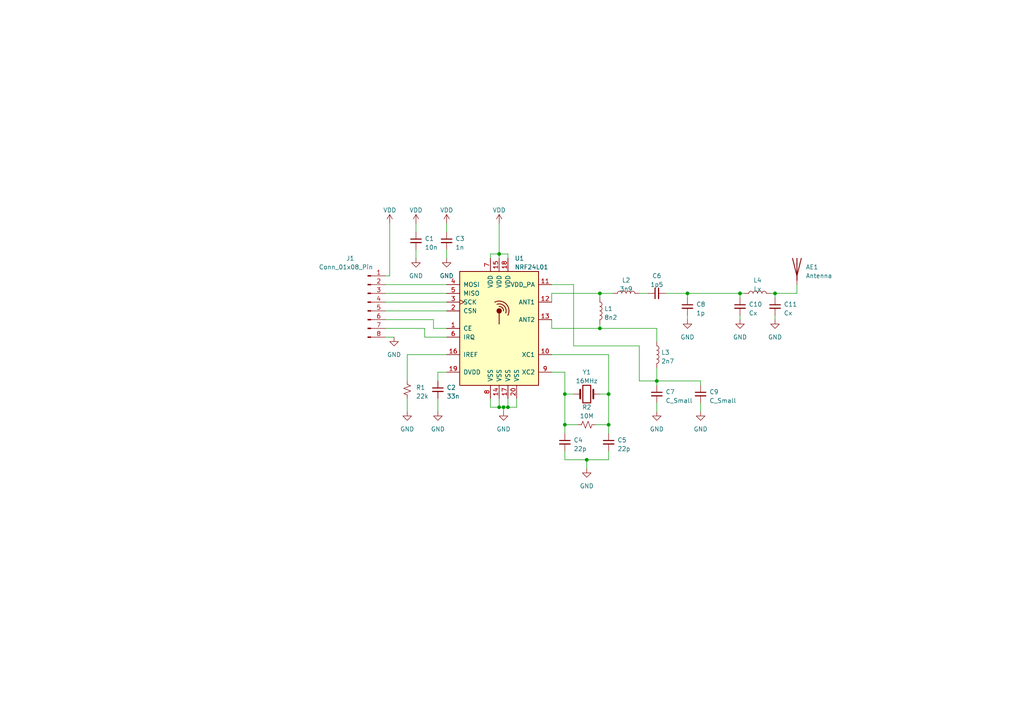
<source format=kicad_sch>
(kicad_sch (version 20230121) (generator eeschema)

  (uuid 1362ee40-6ed7-47a2-b324-862d47d94e9b)

  (paper "A4")

  (lib_symbols
    (symbol "Connector:Conn_01x08_Pin" (pin_names (offset 1.016) hide) (in_bom yes) (on_board yes)
      (property "Reference" "J" (at 0 10.16 0)
        (effects (font (size 1.27 1.27)))
      )
      (property "Value" "Conn_01x08_Pin" (at 0 -12.7 0)
        (effects (font (size 1.27 1.27)))
      )
      (property "Footprint" "" (at 0 0 0)
        (effects (font (size 1.27 1.27)) hide)
      )
      (property "Datasheet" "~" (at 0 0 0)
        (effects (font (size 1.27 1.27)) hide)
      )
      (property "ki_locked" "" (at 0 0 0)
        (effects (font (size 1.27 1.27)))
      )
      (property "ki_keywords" "connector" (at 0 0 0)
        (effects (font (size 1.27 1.27)) hide)
      )
      (property "ki_description" "Generic connector, single row, 01x08, script generated" (at 0 0 0)
        (effects (font (size 1.27 1.27)) hide)
      )
      (property "ki_fp_filters" "Connector*:*_1x??_*" (at 0 0 0)
        (effects (font (size 1.27 1.27)) hide)
      )
      (symbol "Conn_01x08_Pin_1_1"
        (polyline
          (pts
            (xy 1.27 -10.16)
            (xy 0.8636 -10.16)
          )
          (stroke (width 0.1524) (type default))
          (fill (type none))
        )
        (polyline
          (pts
            (xy 1.27 -7.62)
            (xy 0.8636 -7.62)
          )
          (stroke (width 0.1524) (type default))
          (fill (type none))
        )
        (polyline
          (pts
            (xy 1.27 -5.08)
            (xy 0.8636 -5.08)
          )
          (stroke (width 0.1524) (type default))
          (fill (type none))
        )
        (polyline
          (pts
            (xy 1.27 -2.54)
            (xy 0.8636 -2.54)
          )
          (stroke (width 0.1524) (type default))
          (fill (type none))
        )
        (polyline
          (pts
            (xy 1.27 0)
            (xy 0.8636 0)
          )
          (stroke (width 0.1524) (type default))
          (fill (type none))
        )
        (polyline
          (pts
            (xy 1.27 2.54)
            (xy 0.8636 2.54)
          )
          (stroke (width 0.1524) (type default))
          (fill (type none))
        )
        (polyline
          (pts
            (xy 1.27 5.08)
            (xy 0.8636 5.08)
          )
          (stroke (width 0.1524) (type default))
          (fill (type none))
        )
        (polyline
          (pts
            (xy 1.27 7.62)
            (xy 0.8636 7.62)
          )
          (stroke (width 0.1524) (type default))
          (fill (type none))
        )
        (rectangle (start 0.8636 -10.033) (end 0 -10.287)
          (stroke (width 0.1524) (type default))
          (fill (type outline))
        )
        (rectangle (start 0.8636 -7.493) (end 0 -7.747)
          (stroke (width 0.1524) (type default))
          (fill (type outline))
        )
        (rectangle (start 0.8636 -4.953) (end 0 -5.207)
          (stroke (width 0.1524) (type default))
          (fill (type outline))
        )
        (rectangle (start 0.8636 -2.413) (end 0 -2.667)
          (stroke (width 0.1524) (type default))
          (fill (type outline))
        )
        (rectangle (start 0.8636 0.127) (end 0 -0.127)
          (stroke (width 0.1524) (type default))
          (fill (type outline))
        )
        (rectangle (start 0.8636 2.667) (end 0 2.413)
          (stroke (width 0.1524) (type default))
          (fill (type outline))
        )
        (rectangle (start 0.8636 5.207) (end 0 4.953)
          (stroke (width 0.1524) (type default))
          (fill (type outline))
        )
        (rectangle (start 0.8636 7.747) (end 0 7.493)
          (stroke (width 0.1524) (type default))
          (fill (type outline))
        )
        (pin passive line (at 5.08 7.62 180) (length 3.81)
          (name "Pin_1" (effects (font (size 1.27 1.27))))
          (number "1" (effects (font (size 1.27 1.27))))
        )
        (pin passive line (at 5.08 5.08 180) (length 3.81)
          (name "Pin_2" (effects (font (size 1.27 1.27))))
          (number "2" (effects (font (size 1.27 1.27))))
        )
        (pin passive line (at 5.08 2.54 180) (length 3.81)
          (name "Pin_3" (effects (font (size 1.27 1.27))))
          (number "3" (effects (font (size 1.27 1.27))))
        )
        (pin passive line (at 5.08 0 180) (length 3.81)
          (name "Pin_4" (effects (font (size 1.27 1.27))))
          (number "4" (effects (font (size 1.27 1.27))))
        )
        (pin passive line (at 5.08 -2.54 180) (length 3.81)
          (name "Pin_5" (effects (font (size 1.27 1.27))))
          (number "5" (effects (font (size 1.27 1.27))))
        )
        (pin passive line (at 5.08 -5.08 180) (length 3.81)
          (name "Pin_6" (effects (font (size 1.27 1.27))))
          (number "6" (effects (font (size 1.27 1.27))))
        )
        (pin passive line (at 5.08 -7.62 180) (length 3.81)
          (name "Pin_7" (effects (font (size 1.27 1.27))))
          (number "7" (effects (font (size 1.27 1.27))))
        )
        (pin passive line (at 5.08 -10.16 180) (length 3.81)
          (name "Pin_8" (effects (font (size 1.27 1.27))))
          (number "8" (effects (font (size 1.27 1.27))))
        )
      )
    )
    (symbol "Device:Antenna" (pin_numbers hide) (pin_names (offset 1.016) hide) (in_bom yes) (on_board yes)
      (property "Reference" "AE" (at -1.905 1.905 0)
        (effects (font (size 1.27 1.27)) (justify right))
      )
      (property "Value" "Antenna" (at -1.905 0 0)
        (effects (font (size 1.27 1.27)) (justify right))
      )
      (property "Footprint" "" (at 0 0 0)
        (effects (font (size 1.27 1.27)) hide)
      )
      (property "Datasheet" "~" (at 0 0 0)
        (effects (font (size 1.27 1.27)) hide)
      )
      (property "ki_keywords" "antenna" (at 0 0 0)
        (effects (font (size 1.27 1.27)) hide)
      )
      (property "ki_description" "Antenna" (at 0 0 0)
        (effects (font (size 1.27 1.27)) hide)
      )
      (symbol "Antenna_0_1"
        (polyline
          (pts
            (xy 0 2.54)
            (xy 0 -3.81)
          )
          (stroke (width 0.254) (type default))
          (fill (type none))
        )
        (polyline
          (pts
            (xy 1.27 2.54)
            (xy 0 -2.54)
            (xy -1.27 2.54)
          )
          (stroke (width 0.254) (type default))
          (fill (type none))
        )
      )
      (symbol "Antenna_1_1"
        (pin input line (at 0 -5.08 90) (length 2.54)
          (name "A" (effects (font (size 1.27 1.27))))
          (number "1" (effects (font (size 1.27 1.27))))
        )
      )
    )
    (symbol "Device:C_Small" (pin_numbers hide) (pin_names (offset 0.254) hide) (in_bom yes) (on_board yes)
      (property "Reference" "C" (at 0.254 1.778 0)
        (effects (font (size 1.27 1.27)) (justify left))
      )
      (property "Value" "C_Small" (at 0.254 -2.032 0)
        (effects (font (size 1.27 1.27)) (justify left))
      )
      (property "Footprint" "" (at 0 0 0)
        (effects (font (size 1.27 1.27)) hide)
      )
      (property "Datasheet" "~" (at 0 0 0)
        (effects (font (size 1.27 1.27)) hide)
      )
      (property "ki_keywords" "capacitor cap" (at 0 0 0)
        (effects (font (size 1.27 1.27)) hide)
      )
      (property "ki_description" "Unpolarized capacitor, small symbol" (at 0 0 0)
        (effects (font (size 1.27 1.27)) hide)
      )
      (property "ki_fp_filters" "C_*" (at 0 0 0)
        (effects (font (size 1.27 1.27)) hide)
      )
      (symbol "C_Small_0_1"
        (polyline
          (pts
            (xy -1.524 -0.508)
            (xy 1.524 -0.508)
          )
          (stroke (width 0.3302) (type default))
          (fill (type none))
        )
        (polyline
          (pts
            (xy -1.524 0.508)
            (xy 1.524 0.508)
          )
          (stroke (width 0.3048) (type default))
          (fill (type none))
        )
      )
      (symbol "C_Small_1_1"
        (pin passive line (at 0 2.54 270) (length 2.032)
          (name "~" (effects (font (size 1.27 1.27))))
          (number "1" (effects (font (size 1.27 1.27))))
        )
        (pin passive line (at 0 -2.54 90) (length 2.032)
          (name "~" (effects (font (size 1.27 1.27))))
          (number "2" (effects (font (size 1.27 1.27))))
        )
      )
    )
    (symbol "Device:Crystal" (pin_numbers hide) (pin_names (offset 1.016) hide) (in_bom yes) (on_board yes)
      (property "Reference" "Y" (at 0 3.81 0)
        (effects (font (size 1.27 1.27)))
      )
      (property "Value" "Crystal" (at 0 -3.81 0)
        (effects (font (size 1.27 1.27)))
      )
      (property "Footprint" "" (at 0 0 0)
        (effects (font (size 1.27 1.27)) hide)
      )
      (property "Datasheet" "~" (at 0 0 0)
        (effects (font (size 1.27 1.27)) hide)
      )
      (property "ki_keywords" "quartz ceramic resonator oscillator" (at 0 0 0)
        (effects (font (size 1.27 1.27)) hide)
      )
      (property "ki_description" "Two pin crystal" (at 0 0 0)
        (effects (font (size 1.27 1.27)) hide)
      )
      (property "ki_fp_filters" "Crystal*" (at 0 0 0)
        (effects (font (size 1.27 1.27)) hide)
      )
      (symbol "Crystal_0_1"
        (rectangle (start -1.143 2.54) (end 1.143 -2.54)
          (stroke (width 0.3048) (type default))
          (fill (type none))
        )
        (polyline
          (pts
            (xy -2.54 0)
            (xy -1.905 0)
          )
          (stroke (width 0) (type default))
          (fill (type none))
        )
        (polyline
          (pts
            (xy -1.905 -1.27)
            (xy -1.905 1.27)
          )
          (stroke (width 0.508) (type default))
          (fill (type none))
        )
        (polyline
          (pts
            (xy 1.905 -1.27)
            (xy 1.905 1.27)
          )
          (stroke (width 0.508) (type default))
          (fill (type none))
        )
        (polyline
          (pts
            (xy 2.54 0)
            (xy 1.905 0)
          )
          (stroke (width 0) (type default))
          (fill (type none))
        )
      )
      (symbol "Crystal_1_1"
        (pin passive line (at -3.81 0 0) (length 1.27)
          (name "1" (effects (font (size 1.27 1.27))))
          (number "1" (effects (font (size 1.27 1.27))))
        )
        (pin passive line (at 3.81 0 180) (length 1.27)
          (name "2" (effects (font (size 1.27 1.27))))
          (number "2" (effects (font (size 1.27 1.27))))
        )
      )
    )
    (symbol "Device:L" (pin_numbers hide) (pin_names (offset 1.016) hide) (in_bom yes) (on_board yes)
      (property "Reference" "L" (at -1.27 0 90)
        (effects (font (size 1.27 1.27)))
      )
      (property "Value" "L" (at 1.905 0 90)
        (effects (font (size 1.27 1.27)))
      )
      (property "Footprint" "" (at 0 0 0)
        (effects (font (size 1.27 1.27)) hide)
      )
      (property "Datasheet" "~" (at 0 0 0)
        (effects (font (size 1.27 1.27)) hide)
      )
      (property "ki_keywords" "inductor choke coil reactor magnetic" (at 0 0 0)
        (effects (font (size 1.27 1.27)) hide)
      )
      (property "ki_description" "Inductor" (at 0 0 0)
        (effects (font (size 1.27 1.27)) hide)
      )
      (property "ki_fp_filters" "Choke_* *Coil* Inductor_* L_*" (at 0 0 0)
        (effects (font (size 1.27 1.27)) hide)
      )
      (symbol "L_0_1"
        (arc (start 0 -2.54) (mid 0.6323 -1.905) (end 0 -1.27)
          (stroke (width 0) (type default))
          (fill (type none))
        )
        (arc (start 0 -1.27) (mid 0.6323 -0.635) (end 0 0)
          (stroke (width 0) (type default))
          (fill (type none))
        )
        (arc (start 0 0) (mid 0.6323 0.635) (end 0 1.27)
          (stroke (width 0) (type default))
          (fill (type none))
        )
        (arc (start 0 1.27) (mid 0.6323 1.905) (end 0 2.54)
          (stroke (width 0) (type default))
          (fill (type none))
        )
      )
      (symbol "L_1_1"
        (pin passive line (at 0 3.81 270) (length 1.27)
          (name "1" (effects (font (size 1.27 1.27))))
          (number "1" (effects (font (size 1.27 1.27))))
        )
        (pin passive line (at 0 -3.81 90) (length 1.27)
          (name "2" (effects (font (size 1.27 1.27))))
          (number "2" (effects (font (size 1.27 1.27))))
        )
      )
    )
    (symbol "Device:R_Small_US" (pin_numbers hide) (pin_names (offset 0.254) hide) (in_bom yes) (on_board yes)
      (property "Reference" "R" (at 0.762 0.508 0)
        (effects (font (size 1.27 1.27)) (justify left))
      )
      (property "Value" "R_Small_US" (at 0.762 -1.016 0)
        (effects (font (size 1.27 1.27)) (justify left))
      )
      (property "Footprint" "" (at 0 0 0)
        (effects (font (size 1.27 1.27)) hide)
      )
      (property "Datasheet" "~" (at 0 0 0)
        (effects (font (size 1.27 1.27)) hide)
      )
      (property "ki_keywords" "r resistor" (at 0 0 0)
        (effects (font (size 1.27 1.27)) hide)
      )
      (property "ki_description" "Resistor, small US symbol" (at 0 0 0)
        (effects (font (size 1.27 1.27)) hide)
      )
      (property "ki_fp_filters" "R_*" (at 0 0 0)
        (effects (font (size 1.27 1.27)) hide)
      )
      (symbol "R_Small_US_1_1"
        (polyline
          (pts
            (xy 0 0)
            (xy 1.016 -0.381)
            (xy 0 -0.762)
            (xy -1.016 -1.143)
            (xy 0 -1.524)
          )
          (stroke (width 0) (type default))
          (fill (type none))
        )
        (polyline
          (pts
            (xy 0 1.524)
            (xy 1.016 1.143)
            (xy 0 0.762)
            (xy -1.016 0.381)
            (xy 0 0)
          )
          (stroke (width 0) (type default))
          (fill (type none))
        )
        (pin passive line (at 0 2.54 270) (length 1.016)
          (name "~" (effects (font (size 1.27 1.27))))
          (number "1" (effects (font (size 1.27 1.27))))
        )
        (pin passive line (at 0 -2.54 90) (length 1.016)
          (name "~" (effects (font (size 1.27 1.27))))
          (number "2" (effects (font (size 1.27 1.27))))
        )
      )
    )
    (symbol "RF:NRF24L01" (pin_names (offset 1.016)) (in_bom yes) (on_board yes)
      (property "Reference" "U" (at -11.43 17.78 0)
        (effects (font (size 1.27 1.27)) (justify left))
      )
      (property "Value" "NRF24L01" (at 5.08 17.78 0)
        (effects (font (size 1.27 1.27)) (justify left))
      )
      (property "Footprint" "Package_DFN_QFN:QFN-20-1EP_4x4mm_P0.5mm_EP2.5x2.5mm" (at 5.08 20.32 0)
        (effects (font (size 1.27 1.27) italic) (justify left) hide)
      )
      (property "Datasheet" "http://www.nordicsemi.com/eng/content/download/2730/34105/file/nRF24L01_Product_Specification_v2_0.pdf" (at 0 2.54 0)
        (effects (font (size 1.27 1.27)) hide)
      )
      (property "ki_keywords" "Low Power RF Transceiver" (at 0 0 0)
        (effects (font (size 1.27 1.27)) hide)
      )
      (property "ki_description" "Ultra low power 2.4GHz RF Transceiver, QFN-20" (at 0 0 0)
        (effects (font (size 1.27 1.27)) hide)
      )
      (property "ki_fp_filters" "QFN*4x4*0.5mm*" (at 0 0 0)
        (effects (font (size 1.27 1.27)) hide)
      )
      (symbol "NRF24L01_0_1"
        (rectangle (start -11.43 16.51) (end 11.43 -16.51)
          (stroke (width 0.254) (type default))
          (fill (type background))
        )
        (polyline
          (pts
            (xy 0 4.445)
            (xy 0 1.27)
          )
          (stroke (width 0.254) (type default))
          (fill (type none))
        )
        (circle (center 0 5.08) (radius 0.635)
          (stroke (width 0.254) (type default))
          (fill (type outline))
        )
        (arc (start 1.27 5.08) (mid 0.9071 5.9946) (end 0 6.35)
          (stroke (width 0.254) (type default))
          (fill (type none))
        )
        (arc (start 1.905 4.445) (mid 1.4313 6.5254) (end -0.635 6.985)
          (stroke (width 0.254) (type default))
          (fill (type none))
        )
        (arc (start 2.54 3.81) (mid 2.008 7.088) (end -1.27 7.62)
          (stroke (width 0.254) (type default))
          (fill (type none))
        )
        (rectangle (start 11.43 -13.97) (end 11.43 -13.97)
          (stroke (width 0) (type default))
          (fill (type none))
        )
      )
      (symbol "NRF24L01_1_1"
        (pin input line (at -15.24 0 0) (length 3.81)
          (name "CE" (effects (font (size 1.27 1.27))))
          (number "1" (effects (font (size 1.27 1.27))))
        )
        (pin passive line (at 15.24 -7.62 180) (length 3.81)
          (name "XC1" (effects (font (size 1.27 1.27))))
          (number "10" (effects (font (size 1.27 1.27))))
        )
        (pin power_out line (at 15.24 12.7 180) (length 3.81)
          (name "VDD_PA" (effects (font (size 1.27 1.27))))
          (number "11" (effects (font (size 1.27 1.27))))
        )
        (pin passive line (at 15.24 7.62 180) (length 3.81)
          (name "ANT1" (effects (font (size 1.27 1.27))))
          (number "12" (effects (font (size 1.27 1.27))))
        )
        (pin passive line (at 15.24 2.54 180) (length 3.81)
          (name "ANT2" (effects (font (size 1.27 1.27))))
          (number "13" (effects (font (size 1.27 1.27))))
        )
        (pin power_in line (at 0 -20.32 90) (length 3.81)
          (name "VSS" (effects (font (size 1.27 1.27))))
          (number "14" (effects (font (size 1.27 1.27))))
        )
        (pin power_in line (at 0 20.32 270) (length 3.81)
          (name "VDD" (effects (font (size 1.27 1.27))))
          (number "15" (effects (font (size 1.27 1.27))))
        )
        (pin passive line (at -15.24 -7.62 0) (length 3.81)
          (name "IREF" (effects (font (size 1.27 1.27))))
          (number "16" (effects (font (size 1.27 1.27))))
        )
        (pin power_in line (at 2.54 -20.32 90) (length 3.81)
          (name "VSS" (effects (font (size 1.27 1.27))))
          (number "17" (effects (font (size 1.27 1.27))))
        )
        (pin power_in line (at 2.54 20.32 270) (length 3.81)
          (name "VDD" (effects (font (size 1.27 1.27))))
          (number "18" (effects (font (size 1.27 1.27))))
        )
        (pin power_out line (at -15.24 -12.7 0) (length 3.81)
          (name "DVDD" (effects (font (size 1.27 1.27))))
          (number "19" (effects (font (size 1.27 1.27))))
        )
        (pin input line (at -15.24 5.08 0) (length 3.81)
          (name "CSN" (effects (font (size 1.27 1.27))))
          (number "2" (effects (font (size 1.27 1.27))))
        )
        (pin power_in line (at 5.08 -20.32 90) (length 3.81)
          (name "VSS" (effects (font (size 1.27 1.27))))
          (number "20" (effects (font (size 1.27 1.27))))
        )
        (pin input clock (at -15.24 7.62 0) (length 3.81)
          (name "SCK" (effects (font (size 1.27 1.27))))
          (number "3" (effects (font (size 1.27 1.27))))
        )
        (pin input line (at -15.24 12.7 0) (length 3.81)
          (name "MOSI" (effects (font (size 1.27 1.27))))
          (number "4" (effects (font (size 1.27 1.27))))
        )
        (pin output line (at -15.24 10.16 0) (length 3.81)
          (name "MISO" (effects (font (size 1.27 1.27))))
          (number "5" (effects (font (size 1.27 1.27))))
        )
        (pin output line (at -15.24 -2.54 0) (length 3.81)
          (name "IRQ" (effects (font (size 1.27 1.27))))
          (number "6" (effects (font (size 1.27 1.27))))
        )
        (pin power_in line (at -2.54 20.32 270) (length 3.81)
          (name "VDD" (effects (font (size 1.27 1.27))))
          (number "7" (effects (font (size 1.27 1.27))))
        )
        (pin power_in line (at -2.54 -20.32 90) (length 3.81)
          (name "VSS" (effects (font (size 1.27 1.27))))
          (number "8" (effects (font (size 1.27 1.27))))
        )
        (pin passive line (at 15.24 -12.7 180) (length 3.81)
          (name "XC2" (effects (font (size 1.27 1.27))))
          (number "9" (effects (font (size 1.27 1.27))))
        )
      )
    )
    (symbol "power:GND" (power) (pin_names (offset 0)) (in_bom yes) (on_board yes)
      (property "Reference" "#PWR" (at 0 -6.35 0)
        (effects (font (size 1.27 1.27)) hide)
      )
      (property "Value" "GND" (at 0 -3.81 0)
        (effects (font (size 1.27 1.27)))
      )
      (property "Footprint" "" (at 0 0 0)
        (effects (font (size 1.27 1.27)) hide)
      )
      (property "Datasheet" "" (at 0 0 0)
        (effects (font (size 1.27 1.27)) hide)
      )
      (property "ki_keywords" "global power" (at 0 0 0)
        (effects (font (size 1.27 1.27)) hide)
      )
      (property "ki_description" "Power symbol creates a global label with name \"GND\" , ground" (at 0 0 0)
        (effects (font (size 1.27 1.27)) hide)
      )
      (symbol "GND_0_1"
        (polyline
          (pts
            (xy 0 0)
            (xy 0 -1.27)
            (xy 1.27 -1.27)
            (xy 0 -2.54)
            (xy -1.27 -1.27)
            (xy 0 -1.27)
          )
          (stroke (width 0) (type default))
          (fill (type none))
        )
      )
      (symbol "GND_1_1"
        (pin power_in line (at 0 0 270) (length 0) hide
          (name "GND" (effects (font (size 1.27 1.27))))
          (number "1" (effects (font (size 1.27 1.27))))
        )
      )
    )
    (symbol "power:VDD" (power) (pin_names (offset 0)) (in_bom yes) (on_board yes)
      (property "Reference" "#PWR" (at 0 -3.81 0)
        (effects (font (size 1.27 1.27)) hide)
      )
      (property "Value" "VDD" (at 0 3.81 0)
        (effects (font (size 1.27 1.27)))
      )
      (property "Footprint" "" (at 0 0 0)
        (effects (font (size 1.27 1.27)) hide)
      )
      (property "Datasheet" "" (at 0 0 0)
        (effects (font (size 1.27 1.27)) hide)
      )
      (property "ki_keywords" "global power" (at 0 0 0)
        (effects (font (size 1.27 1.27)) hide)
      )
      (property "ki_description" "Power symbol creates a global label with name \"VDD\"" (at 0 0 0)
        (effects (font (size 1.27 1.27)) hide)
      )
      (symbol "VDD_0_1"
        (polyline
          (pts
            (xy -0.762 1.27)
            (xy 0 2.54)
          )
          (stroke (width 0) (type default))
          (fill (type none))
        )
        (polyline
          (pts
            (xy 0 0)
            (xy 0 2.54)
          )
          (stroke (width 0) (type default))
          (fill (type none))
        )
        (polyline
          (pts
            (xy 0 2.54)
            (xy 0.762 1.27)
          )
          (stroke (width 0) (type default))
          (fill (type none))
        )
      )
      (symbol "VDD_1_1"
        (pin power_in line (at 0 0 90) (length 0) hide
          (name "VDD" (effects (font (size 1.27 1.27))))
          (number "1" (effects (font (size 1.27 1.27))))
        )
      )
    )
  )

  (junction (at 214.63 85.09) (diameter 0) (color 0 0 0 0)
    (uuid 0c718b25-9ccf-490c-b60d-a0f09c1bdd45)
  )
  (junction (at 147.32 118.11) (diameter 0) (color 0 0 0 0)
    (uuid 110f2f10-88ca-439b-96f6-f44ecaff1810)
  )
  (junction (at 199.39 85.09) (diameter 0) (color 0 0 0 0)
    (uuid 20935049-f60c-476a-9976-b13306ace124)
  )
  (junction (at 176.53 123.19) (diameter 0) (color 0 0 0 0)
    (uuid 24751d1f-a71c-4604-afbf-ebeb020f0441)
  )
  (junction (at 146.05 118.11) (diameter 0) (color 0 0 0 0)
    (uuid 25e4f8e2-a603-4728-8f18-20809d1e2707)
  )
  (junction (at 173.99 85.09) (diameter 0) (color 0 0 0 0)
    (uuid 4b22672e-f749-42dd-8c11-d57da4ca47c1)
  )
  (junction (at 163.83 123.19) (diameter 0) (color 0 0 0 0)
    (uuid 4b9472c0-670d-4f39-8d59-aa424cee04fe)
  )
  (junction (at 176.53 114.3) (diameter 0) (color 0 0 0 0)
    (uuid 58e67480-8581-4512-b9d1-7fdc0855ed85)
  )
  (junction (at 144.78 118.11) (diameter 0) (color 0 0 0 0)
    (uuid 64b84410-6c88-448e-8059-85b0b3d82fcd)
  )
  (junction (at 224.79 85.09) (diameter 0) (color 0 0 0 0)
    (uuid 66a27bf3-15ec-4ca8-a652-37f1f70c2474)
  )
  (junction (at 190.5 110.49) (diameter 0) (color 0 0 0 0)
    (uuid 7cd87c7b-3e1c-46b6-9e62-5b6183b2a996)
  )
  (junction (at 144.78 73.66) (diameter 0) (color 0 0 0 0)
    (uuid 9031f192-925e-4655-bf98-1749d20f257b)
  )
  (junction (at 173.99 95.25) (diameter 0) (color 0 0 0 0)
    (uuid a1ddb243-8ca7-44b4-a3f7-1416d6f61a94)
  )
  (junction (at 170.18 133.35) (diameter 0) (color 0 0 0 0)
    (uuid a34cf397-e38c-44f4-b12b-22bc096a72a7)
  )
  (junction (at 163.83 114.3) (diameter 0) (color 0 0 0 0)
    (uuid da9df1aa-317d-4a4a-9b28-20c769b6d1ab)
  )

  (wire (pts (xy 176.53 123.19) (xy 176.53 125.73))
    (stroke (width 0) (type default))
    (uuid 01ba69b0-214a-40d2-a10d-bd9cf13c9af7)
  )
  (wire (pts (xy 147.32 74.93) (xy 147.32 73.66))
    (stroke (width 0) (type default))
    (uuid 03786332-a081-4352-bdf4-1c9060a33c92)
  )
  (wire (pts (xy 111.76 92.71) (xy 125.73 92.71))
    (stroke (width 0) (type default))
    (uuid 0563b824-0802-45e5-b60d-567e1df9e57d)
  )
  (wire (pts (xy 111.76 95.25) (xy 123.19 95.25))
    (stroke (width 0) (type default))
    (uuid 07f34bc9-8cc5-41d7-b4a2-8013036405f3)
  )
  (wire (pts (xy 160.02 95.25) (xy 173.99 95.25))
    (stroke (width 0) (type default))
    (uuid 083f7c81-eba6-4616-bac0-391c1dab3252)
  )
  (wire (pts (xy 190.5 110.49) (xy 190.5 111.76))
    (stroke (width 0) (type default))
    (uuid 0b5eb804-488b-4acb-a44b-e963a9d24ca0)
  )
  (wire (pts (xy 173.99 114.3) (xy 176.53 114.3))
    (stroke (width 0) (type default))
    (uuid 0f0488b2-40b8-4bc8-a4c3-e93fcc9c9a67)
  )
  (wire (pts (xy 149.86 115.57) (xy 149.86 118.11))
    (stroke (width 0) (type default))
    (uuid 10bf92da-5532-409b-8a0d-69cd0df2454b)
  )
  (wire (pts (xy 120.65 64.77) (xy 120.65 67.31))
    (stroke (width 0) (type default))
    (uuid 12d1e4c2-9304-48e8-a939-5c35ea094ebb)
  )
  (wire (pts (xy 173.99 85.09) (xy 177.8 85.09))
    (stroke (width 0) (type default))
    (uuid 14430e2a-4cdf-4c80-aa6d-43a310acd354)
  )
  (wire (pts (xy 163.83 123.19) (xy 167.64 123.19))
    (stroke (width 0) (type default))
    (uuid 1a019650-2b65-4411-89a4-225f3c427527)
  )
  (wire (pts (xy 170.18 133.35) (xy 176.53 133.35))
    (stroke (width 0) (type default))
    (uuid 1f812546-55e0-45be-81a5-bfa3b04ac2f1)
  )
  (wire (pts (xy 185.42 100.33) (xy 185.42 110.49))
    (stroke (width 0) (type default))
    (uuid 1f963bd1-06fc-4254-a2ae-5c4089a4c9e1)
  )
  (wire (pts (xy 113.03 80.01) (xy 111.76 80.01))
    (stroke (width 0) (type default))
    (uuid 26a131c8-4727-47c5-b7d8-9f337c82d65d)
  )
  (wire (pts (xy 144.78 64.77) (xy 144.78 73.66))
    (stroke (width 0) (type default))
    (uuid 2c16343c-e1df-4dab-a468-43b56afa8d17)
  )
  (wire (pts (xy 163.83 107.95) (xy 163.83 114.3))
    (stroke (width 0) (type default))
    (uuid 2ce6a2bb-faf6-45cd-9893-3cbab9df9408)
  )
  (wire (pts (xy 160.02 102.87) (xy 176.53 102.87))
    (stroke (width 0) (type default))
    (uuid 2da818a0-907a-4f1c-83a7-45c2ef81aa53)
  )
  (wire (pts (xy 118.11 102.87) (xy 118.11 110.49))
    (stroke (width 0) (type default))
    (uuid 2ed9027f-dd47-4bc2-988d-eb80a659cf14)
  )
  (wire (pts (xy 142.24 73.66) (xy 144.78 73.66))
    (stroke (width 0) (type default))
    (uuid 2ff8bf4a-242b-4fef-930b-905db117fcc2)
  )
  (wire (pts (xy 214.63 85.09) (xy 214.63 86.36))
    (stroke (width 0) (type default))
    (uuid 3047a564-ac64-48b4-b718-ae4c52cc3ab3)
  )
  (wire (pts (xy 199.39 92.71) (xy 199.39 91.44))
    (stroke (width 0) (type default))
    (uuid 315232e9-6bb8-4816-b6f4-afe83101a6d5)
  )
  (wire (pts (xy 123.19 95.25) (xy 123.19 97.79))
    (stroke (width 0) (type default))
    (uuid 32767436-7712-4574-8ed2-01384d0defb6)
  )
  (wire (pts (xy 185.42 85.09) (xy 187.96 85.09))
    (stroke (width 0) (type default))
    (uuid 3b1ab2b9-d094-470f-bf62-e77d9c7619b7)
  )
  (wire (pts (xy 123.19 97.79) (xy 129.54 97.79))
    (stroke (width 0) (type default))
    (uuid 3f379b13-c839-4f9d-9151-7709ef1c6b90)
  )
  (wire (pts (xy 190.5 116.84) (xy 190.5 119.38))
    (stroke (width 0) (type default))
    (uuid 3fb65880-dd75-4d05-bb77-359a0bce1b29)
  )
  (wire (pts (xy 170.18 133.35) (xy 170.18 135.89))
    (stroke (width 0) (type default))
    (uuid 432f95ce-a6eb-4ebe-af49-e328fa5c15d8)
  )
  (wire (pts (xy 214.63 91.44) (xy 214.63 92.71))
    (stroke (width 0) (type default))
    (uuid 435f4a96-b196-46da-8c39-975e193142f6)
  )
  (wire (pts (xy 163.83 130.81) (xy 163.83 133.35))
    (stroke (width 0) (type default))
    (uuid 481c3272-256a-4224-bc06-c3857003df2a)
  )
  (wire (pts (xy 199.39 85.09) (xy 193.04 85.09))
    (stroke (width 0) (type default))
    (uuid 4fb27812-7150-4762-b2ea-eaefe6107db0)
  )
  (wire (pts (xy 163.83 123.19) (xy 163.83 125.73))
    (stroke (width 0) (type default))
    (uuid 55d685ef-ff53-48c5-b8a9-4d046308c041)
  )
  (wire (pts (xy 173.99 95.25) (xy 173.99 93.98))
    (stroke (width 0) (type default))
    (uuid 595e7010-4cce-4f20-a696-b2f129b50544)
  )
  (wire (pts (xy 144.78 73.66) (xy 144.78 74.93))
    (stroke (width 0) (type default))
    (uuid 5f7fcc64-3a60-4396-97e3-ab1590bf3c68)
  )
  (wire (pts (xy 160.02 107.95) (xy 163.83 107.95))
    (stroke (width 0) (type default))
    (uuid 6582af33-0ec4-4e5c-9606-4e45faba6f56)
  )
  (wire (pts (xy 120.65 72.39) (xy 120.65 74.93))
    (stroke (width 0) (type default))
    (uuid 682163db-06b3-4e95-af8a-e7668decf01f)
  )
  (wire (pts (xy 176.53 102.87) (xy 176.53 114.3))
    (stroke (width 0) (type default))
    (uuid 6ac6e0be-bbbe-487f-91ed-ddb537554174)
  )
  (wire (pts (xy 173.99 85.09) (xy 173.99 86.36))
    (stroke (width 0) (type default))
    (uuid 6c6b8732-c32f-4513-a8cc-0a0440b2d3af)
  )
  (wire (pts (xy 160.02 92.71) (xy 160.02 95.25))
    (stroke (width 0) (type default))
    (uuid 70a64cec-2ddd-4c79-8fa8-4f94a9c08564)
  )
  (wire (pts (xy 199.39 85.09) (xy 214.63 85.09))
    (stroke (width 0) (type default))
    (uuid 70a68d2d-6c96-494a-a106-24df7ebc4467)
  )
  (wire (pts (xy 160.02 87.63) (xy 160.02 85.09))
    (stroke (width 0) (type default))
    (uuid 70b5bedc-2009-4d3c-83dd-d6d92adaa956)
  )
  (wire (pts (xy 203.2 116.84) (xy 203.2 119.38))
    (stroke (width 0) (type default))
    (uuid 7212a569-c064-418b-8e11-cb5ed5bbb531)
  )
  (wire (pts (xy 111.76 85.09) (xy 129.54 85.09))
    (stroke (width 0) (type default))
    (uuid 8676a456-eb3e-40de-86f3-bb391cff4110)
  )
  (wire (pts (xy 224.79 91.44) (xy 224.79 92.71))
    (stroke (width 0) (type default))
    (uuid 868fd1ee-88a0-424a-9342-6cbef17972d1)
  )
  (wire (pts (xy 129.54 72.39) (xy 129.54 74.93))
    (stroke (width 0) (type default))
    (uuid 87c7db4c-ac3a-4d96-9799-b7970d46cf4b)
  )
  (wire (pts (xy 147.32 73.66) (xy 144.78 73.66))
    (stroke (width 0) (type default))
    (uuid 898baf44-663e-48df-8108-7f4f54eb1e29)
  )
  (wire (pts (xy 160.02 82.55) (xy 166.37 82.55))
    (stroke (width 0) (type default))
    (uuid 8efa5d9e-bd09-40d1-a944-4a5bf755b642)
  )
  (wire (pts (xy 223.52 85.09) (xy 224.79 85.09))
    (stroke (width 0) (type default))
    (uuid 93cc0831-2770-4042-acc2-5df9622755a5)
  )
  (wire (pts (xy 111.76 87.63) (xy 129.54 87.63))
    (stroke (width 0) (type default))
    (uuid 93cc817d-f908-433d-9643-04a464a23ea4)
  )
  (wire (pts (xy 199.39 86.36) (xy 199.39 85.09))
    (stroke (width 0) (type default))
    (uuid 953bb522-45e8-495d-b0e8-5fe16732cfac)
  )
  (wire (pts (xy 160.02 85.09) (xy 173.99 85.09))
    (stroke (width 0) (type default))
    (uuid 96e1ce27-dfda-42d9-9171-bbc1f6322a53)
  )
  (wire (pts (xy 190.5 95.25) (xy 190.5 99.06))
    (stroke (width 0) (type default))
    (uuid 9a7e5008-6772-4cf3-bcfa-68d9220bf41b)
  )
  (wire (pts (xy 129.54 102.87) (xy 118.11 102.87))
    (stroke (width 0) (type default))
    (uuid 9acc15bb-eb81-4f89-8f96-c7f08022bae9)
  )
  (wire (pts (xy 231.14 85.09) (xy 224.79 85.09))
    (stroke (width 0) (type default))
    (uuid 9bdc0b4f-f933-435b-bb67-fa9b3d2018ab)
  )
  (wire (pts (xy 215.9 85.09) (xy 214.63 85.09))
    (stroke (width 0) (type default))
    (uuid 9c5a9651-a073-40b6-ae30-9e0dcd1ddc4d)
  )
  (wire (pts (xy 125.73 92.71) (xy 125.73 95.25))
    (stroke (width 0) (type default))
    (uuid a011232e-b2a9-49be-abe4-3f207b61734c)
  )
  (wire (pts (xy 163.83 133.35) (xy 170.18 133.35))
    (stroke (width 0) (type default))
    (uuid a2347693-4dce-438f-88af-1e954533707a)
  )
  (wire (pts (xy 142.24 115.57) (xy 142.24 118.11))
    (stroke (width 0) (type default))
    (uuid a7728fb0-d185-46ce-b28d-5d8fc18fec87)
  )
  (wire (pts (xy 127 115.57) (xy 127 119.38))
    (stroke (width 0) (type default))
    (uuid a7bb697d-2b01-4934-952c-085bb82f9785)
  )
  (wire (pts (xy 113.03 64.77) (xy 113.03 80.01))
    (stroke (width 0) (type default))
    (uuid b2e90874-9800-4627-9620-794aafc0b707)
  )
  (wire (pts (xy 142.24 118.11) (xy 144.78 118.11))
    (stroke (width 0) (type default))
    (uuid b4a8be73-9277-494b-8910-337a2c8920eb)
  )
  (wire (pts (xy 129.54 64.77) (xy 129.54 67.31))
    (stroke (width 0) (type default))
    (uuid b523aa18-b866-4673-9b9a-555b9f71f876)
  )
  (wire (pts (xy 111.76 97.79) (xy 114.3 97.79))
    (stroke (width 0) (type default))
    (uuid c2b4102f-ffdb-470c-912c-107014c99ee2)
  )
  (wire (pts (xy 111.76 90.17) (xy 129.54 90.17))
    (stroke (width 0) (type default))
    (uuid c2f823cf-e68b-4b3c-941f-9dc01a73a66a)
  )
  (wire (pts (xy 203.2 111.76) (xy 203.2 110.49))
    (stroke (width 0) (type default))
    (uuid c81abe6e-9a16-4a4b-9390-45c4ec37f4ef)
  )
  (wire (pts (xy 185.42 110.49) (xy 190.5 110.49))
    (stroke (width 0) (type default))
    (uuid c85884cf-4a77-4d17-b151-2a35528a6cb2)
  )
  (wire (pts (xy 127 110.49) (xy 127 107.95))
    (stroke (width 0) (type default))
    (uuid c8b67f18-5e9b-4952-aa35-7a3beb72b8f8)
  )
  (wire (pts (xy 224.79 85.09) (xy 224.79 86.36))
    (stroke (width 0) (type default))
    (uuid ca6cf523-27b8-4816-acf5-afc4d012a821)
  )
  (wire (pts (xy 163.83 114.3) (xy 166.37 114.3))
    (stroke (width 0) (type default))
    (uuid cab6b020-3583-4f62-8654-4beb547e02b0)
  )
  (wire (pts (xy 176.53 114.3) (xy 176.53 123.19))
    (stroke (width 0) (type default))
    (uuid cb2af281-8b44-4f2f-8c0c-3e3e36ee773b)
  )
  (wire (pts (xy 231.14 82.55) (xy 231.14 85.09))
    (stroke (width 0) (type default))
    (uuid d1d012dd-cbe7-4b31-82ae-2eea2cc072bb)
  )
  (wire (pts (xy 147.32 115.57) (xy 147.32 118.11))
    (stroke (width 0) (type default))
    (uuid d26d64da-efab-4dc7-9345-23ad209c24e8)
  )
  (wire (pts (xy 147.32 118.11) (xy 149.86 118.11))
    (stroke (width 0) (type default))
    (uuid d33e3c70-8f84-44a1-98a7-88472d306811)
  )
  (wire (pts (xy 144.78 118.11) (xy 146.05 118.11))
    (stroke (width 0) (type default))
    (uuid d3dd88d7-f5f9-4b29-8066-673836894143)
  )
  (wire (pts (xy 203.2 110.49) (xy 190.5 110.49))
    (stroke (width 0) (type default))
    (uuid d3f743c2-1153-4fe5-b03e-f0ecb32b38d1)
  )
  (wire (pts (xy 163.83 114.3) (xy 163.83 123.19))
    (stroke (width 0) (type default))
    (uuid d6b5f4f9-d95d-49a4-b8ec-c23fd6f8814c)
  )
  (wire (pts (xy 146.05 118.11) (xy 147.32 118.11))
    (stroke (width 0) (type default))
    (uuid d805c0ad-c457-416c-b6e5-d66636b2f02a)
  )
  (wire (pts (xy 172.72 123.19) (xy 176.53 123.19))
    (stroke (width 0) (type default))
    (uuid db8ae504-6e49-4bd6-87ee-0ab82dcd9b5c)
  )
  (wire (pts (xy 118.11 115.57) (xy 118.11 119.38))
    (stroke (width 0) (type default))
    (uuid dc8a8100-a8f4-49c9-b7ed-ef423dc268b9)
  )
  (wire (pts (xy 127 107.95) (xy 129.54 107.95))
    (stroke (width 0) (type default))
    (uuid dec40a89-1a46-49d5-bb72-9a3717107908)
  )
  (wire (pts (xy 144.78 115.57) (xy 144.78 118.11))
    (stroke (width 0) (type default))
    (uuid e235c98a-0d04-481a-9adc-84046b2bb819)
  )
  (wire (pts (xy 176.53 133.35) (xy 176.53 130.81))
    (stroke (width 0) (type default))
    (uuid e77c57b4-799e-41d9-bcc9-3d9758a1cacb)
  )
  (wire (pts (xy 173.99 95.25) (xy 190.5 95.25))
    (stroke (width 0) (type default))
    (uuid eb5d674c-9a5b-43de-ad45-27b09bb3412d)
  )
  (wire (pts (xy 166.37 82.55) (xy 166.37 100.33))
    (stroke (width 0) (type default))
    (uuid ecdaddd7-ff8e-4559-9b6d-efd5cca0b92a)
  )
  (wire (pts (xy 111.76 82.55) (xy 129.54 82.55))
    (stroke (width 0) (type default))
    (uuid ef71c20f-d6d7-46f1-843c-b48caa1652c2)
  )
  (wire (pts (xy 142.24 74.93) (xy 142.24 73.66))
    (stroke (width 0) (type default))
    (uuid f4492d99-3ecc-4d18-8e5d-dcb6f19aad53)
  )
  (wire (pts (xy 190.5 106.68) (xy 190.5 110.49))
    (stroke (width 0) (type default))
    (uuid f5a83d4a-5a69-42f4-9d28-b5c0bc5aff29)
  )
  (wire (pts (xy 166.37 100.33) (xy 185.42 100.33))
    (stroke (width 0) (type default))
    (uuid f73c0a9a-0507-4665-8fdb-b41cce86aa8f)
  )
  (wire (pts (xy 146.05 118.11) (xy 146.05 119.38))
    (stroke (width 0) (type default))
    (uuid fd6d1c6d-2c42-4992-a61b-57ddb3efe8c3)
  )
  (wire (pts (xy 125.73 95.25) (xy 129.54 95.25))
    (stroke (width 0) (type default))
    (uuid fee582dc-63ae-4c24-a579-b515c87bfa82)
  )

  (symbol (lib_id "power:GND") (at 118.11 119.38 0) (unit 1)
    (in_bom yes) (on_board yes) (dnp no) (fields_autoplaced)
    (uuid 0889ac7b-79e2-4184-a357-0883874779dd)
    (property "Reference" "#PWR03" (at 118.11 125.73 0)
      (effects (font (size 1.27 1.27)) hide)
    )
    (property "Value" "GND" (at 118.11 124.46 0)
      (effects (font (size 1.27 1.27)))
    )
    (property "Footprint" "" (at 118.11 119.38 0)
      (effects (font (size 1.27 1.27)) hide)
    )
    (property "Datasheet" "" (at 118.11 119.38 0)
      (effects (font (size 1.27 1.27)) hide)
    )
    (pin "1" (uuid 309d0d32-cebb-4424-b572-44fe677e870d))
    (instances
      (project "Prueba1_KiCad"
        (path "/1362ee40-6ed7-47a2-b324-862d47d94e9b"
          (reference "#PWR03") (unit 1)
        )
      )
    )
  )

  (symbol (lib_id "power:VDD") (at 129.54 64.77 0) (unit 1)
    (in_bom yes) (on_board yes) (dnp no) (fields_autoplaced)
    (uuid 0b1fa279-b2de-4935-863e-6ff97b0622f0)
    (property "Reference" "#PWR07" (at 129.54 68.58 0)
      (effects (font (size 1.27 1.27)) hide)
    )
    (property "Value" "VDD" (at 129.54 60.96 0)
      (effects (font (size 1.27 1.27)))
    )
    (property "Footprint" "" (at 129.54 64.77 0)
      (effects (font (size 1.27 1.27)) hide)
    )
    (property "Datasheet" "" (at 129.54 64.77 0)
      (effects (font (size 1.27 1.27)) hide)
    )
    (pin "1" (uuid 7d867009-dd41-4d1b-ba7f-d800034f50e5))
    (instances
      (project "Prueba1_KiCad"
        (path "/1362ee40-6ed7-47a2-b324-862d47d94e9b"
          (reference "#PWR07") (unit 1)
        )
      )
    )
  )

  (symbol (lib_id "power:VDD") (at 120.65 64.77 0) (unit 1)
    (in_bom yes) (on_board yes) (dnp no) (fields_autoplaced)
    (uuid 15205e96-60e8-4e80-88d0-77a009fe260c)
    (property "Reference" "#PWR04" (at 120.65 68.58 0)
      (effects (font (size 1.27 1.27)) hide)
    )
    (property "Value" "VDD" (at 120.65 60.96 0)
      (effects (font (size 1.27 1.27)))
    )
    (property "Footprint" "" (at 120.65 64.77 0)
      (effects (font (size 1.27 1.27)) hide)
    )
    (property "Datasheet" "" (at 120.65 64.77 0)
      (effects (font (size 1.27 1.27)) hide)
    )
    (pin "1" (uuid d0b24295-68dc-4429-a1df-e3d8e816d4b0))
    (instances
      (project "Prueba1_KiCad"
        (path "/1362ee40-6ed7-47a2-b324-862d47d94e9b"
          (reference "#PWR04") (unit 1)
        )
      )
    )
  )

  (symbol (lib_id "power:GND") (at 127 119.38 0) (unit 1)
    (in_bom yes) (on_board yes) (dnp no) (fields_autoplaced)
    (uuid 153c78bf-06e2-4f37-931b-25cd7f325ca5)
    (property "Reference" "#PWR06" (at 127 125.73 0)
      (effects (font (size 1.27 1.27)) hide)
    )
    (property "Value" "GND" (at 127 124.46 0)
      (effects (font (size 1.27 1.27)))
    )
    (property "Footprint" "" (at 127 119.38 0)
      (effects (font (size 1.27 1.27)) hide)
    )
    (property "Datasheet" "" (at 127 119.38 0)
      (effects (font (size 1.27 1.27)) hide)
    )
    (pin "1" (uuid ab4c833f-63c3-423a-95b7-0a9ea9698d88))
    (instances
      (project "Prueba1_KiCad"
        (path "/1362ee40-6ed7-47a2-b324-862d47d94e9b"
          (reference "#PWR06") (unit 1)
        )
      )
    )
  )

  (symbol (lib_id "power:VDD") (at 144.78 64.77 0) (unit 1)
    (in_bom yes) (on_board yes) (dnp no) (fields_autoplaced)
    (uuid 1f6045ac-ca5a-472e-9c45-ac7f59205fe3)
    (property "Reference" "#PWR09" (at 144.78 68.58 0)
      (effects (font (size 1.27 1.27)) hide)
    )
    (property "Value" "VDD" (at 144.78 60.96 0)
      (effects (font (size 1.27 1.27)))
    )
    (property "Footprint" "" (at 144.78 64.77 0)
      (effects (font (size 1.27 1.27)) hide)
    )
    (property "Datasheet" "" (at 144.78 64.77 0)
      (effects (font (size 1.27 1.27)) hide)
    )
    (pin "1" (uuid 08ed1de8-4bf2-481f-96cd-6ff3e08c680e))
    (instances
      (project "Prueba1_KiCad"
        (path "/1362ee40-6ed7-47a2-b324-862d47d94e9b"
          (reference "#PWR09") (unit 1)
        )
      )
    )
  )

  (symbol (lib_id "Device:Antenna") (at 231.14 77.47 0) (unit 1)
    (in_bom yes) (on_board yes) (dnp no) (fields_autoplaced)
    (uuid 2c26ec91-9748-4f2f-8b1d-7478ffeabdff)
    (property "Reference" "AE1" (at 233.68 77.47 0)
      (effects (font (size 1.27 1.27)) (justify left))
    )
    (property "Value" "Antenna" (at 233.68 80.01 0)
      (effects (font (size 1.27 1.27)) (justify left))
    )
    (property "Footprint" "RF_Antenna:Texas_SWRA117D_2.4GHz_Right" (at 231.14 77.47 0)
      (effects (font (size 1.27 1.27)) hide)
    )
    (property "Datasheet" "~" (at 231.14 77.47 0)
      (effects (font (size 1.27 1.27)) hide)
    )
    (pin "1" (uuid 9bdc4616-b2bf-4a16-9c11-66bf045e09ce))
    (instances
      (project "Prueba1_KiCad"
        (path "/1362ee40-6ed7-47a2-b324-862d47d94e9b"
          (reference "AE1") (unit 1)
        )
      )
    )
  )

  (symbol (lib_id "Device:C_Small") (at 176.53 128.27 0) (unit 1)
    (in_bom yes) (on_board yes) (dnp no) (fields_autoplaced)
    (uuid 2f94f841-8701-485c-89b0-fca80f8751f3)
    (property "Reference" "C5" (at 179.07 127.6413 0)
      (effects (font (size 1.27 1.27)) (justify left))
    )
    (property "Value" "22p" (at 179.07 130.1813 0)
      (effects (font (size 1.27 1.27)) (justify left))
    )
    (property "Footprint" "Capacitor_SMD:C_0402_1005Metric" (at 176.53 128.27 0)
      (effects (font (size 1.27 1.27)) hide)
    )
    (property "Datasheet" "~" (at 176.53 128.27 0)
      (effects (font (size 1.27 1.27)) hide)
    )
    (pin "1" (uuid 09f51fb0-bde9-4588-9068-9af948f5038b))
    (pin "2" (uuid 91f1588b-f0ab-448b-9dbc-c7e817ea1a94))
    (instances
      (project "Prueba1_KiCad"
        (path "/1362ee40-6ed7-47a2-b324-862d47d94e9b"
          (reference "C5") (unit 1)
        )
      )
    )
  )

  (symbol (lib_id "power:GND") (at 203.2 119.38 0) (unit 1)
    (in_bom yes) (on_board yes) (dnp no) (fields_autoplaced)
    (uuid 3122402c-41fe-4e9d-b81a-eb135c93a642)
    (property "Reference" "#PWR014" (at 203.2 125.73 0)
      (effects (font (size 1.27 1.27)) hide)
    )
    (property "Value" "GND" (at 203.2 124.46 0)
      (effects (font (size 1.27 1.27)))
    )
    (property "Footprint" "" (at 203.2 119.38 0)
      (effects (font (size 1.27 1.27)) hide)
    )
    (property "Datasheet" "" (at 203.2 119.38 0)
      (effects (font (size 1.27 1.27)) hide)
    )
    (pin "1" (uuid a682723f-cf73-4cd8-ba6a-b17ec96d7f08))
    (instances
      (project "Prueba1_KiCad"
        (path "/1362ee40-6ed7-47a2-b324-862d47d94e9b"
          (reference "#PWR014") (unit 1)
        )
      )
    )
  )

  (symbol (lib_id "Device:C_Small") (at 190.5 85.09 90) (unit 1)
    (in_bom yes) (on_board yes) (dnp no) (fields_autoplaced)
    (uuid 3d8ce2de-f7ce-4d4f-99ac-7d0e8db0c655)
    (property "Reference" "C6" (at 190.5063 80.01 90)
      (effects (font (size 1.27 1.27)))
    )
    (property "Value" "1p5" (at 190.5063 82.55 90)
      (effects (font (size 1.27 1.27)))
    )
    (property "Footprint" "Capacitor_SMD:C_0402_1005Metric" (at 190.5 85.09 0)
      (effects (font (size 1.27 1.27)) hide)
    )
    (property "Datasheet" "~" (at 190.5 85.09 0)
      (effects (font (size 1.27 1.27)) hide)
    )
    (pin "1" (uuid 86dfad5d-3629-4d72-8201-861202a3aaa2))
    (pin "2" (uuid 5557a167-1158-4331-9455-671b9a93b463))
    (instances
      (project "Prueba1_KiCad"
        (path "/1362ee40-6ed7-47a2-b324-862d47d94e9b"
          (reference "C6") (unit 1)
        )
      )
    )
  )

  (symbol (lib_id "Device:L") (at 173.99 90.17 0) (unit 1)
    (in_bom yes) (on_board yes) (dnp no) (fields_autoplaced)
    (uuid 4c2b3cec-dad6-4ec5-9684-773e0fb15fe9)
    (property "Reference" "L1" (at 175.26 89.535 0)
      (effects (font (size 1.27 1.27)) (justify left))
    )
    (property "Value" "8n2" (at 175.26 92.075 0)
      (effects (font (size 1.27 1.27)) (justify left))
    )
    (property "Footprint" "Inductor_SMD:L_0402_1005Metric" (at 173.99 90.17 0)
      (effects (font (size 1.27 1.27)) hide)
    )
    (property "Datasheet" "~" (at 173.99 90.17 0)
      (effects (font (size 1.27 1.27)) hide)
    )
    (pin "1" (uuid a289b70b-0ce3-4f91-a7f4-d23b8920867e))
    (pin "2" (uuid cc54c3b2-6906-487b-8d0d-7705065b5637))
    (instances
      (project "Prueba1_KiCad"
        (path "/1362ee40-6ed7-47a2-b324-862d47d94e9b"
          (reference "L1") (unit 1)
        )
      )
    )
  )

  (symbol (lib_id "power:GND") (at 214.63 92.71 0) (unit 1)
    (in_bom yes) (on_board yes) (dnp no) (fields_autoplaced)
    (uuid 4c722a12-7fb9-4b2e-8c3a-443959f5f912)
    (property "Reference" "#PWR015" (at 214.63 99.06 0)
      (effects (font (size 1.27 1.27)) hide)
    )
    (property "Value" "GND" (at 214.63 97.79 0)
      (effects (font (size 1.27 1.27)))
    )
    (property "Footprint" "" (at 214.63 92.71 0)
      (effects (font (size 1.27 1.27)) hide)
    )
    (property "Datasheet" "" (at 214.63 92.71 0)
      (effects (font (size 1.27 1.27)) hide)
    )
    (pin "1" (uuid 0157d186-abce-464e-b5e2-ca7590192da7))
    (instances
      (project "Prueba1_KiCad"
        (path "/1362ee40-6ed7-47a2-b324-862d47d94e9b"
          (reference "#PWR015") (unit 1)
        )
      )
    )
  )

  (symbol (lib_id "power:GND") (at 199.39 92.71 0) (unit 1)
    (in_bom yes) (on_board yes) (dnp no) (fields_autoplaced)
    (uuid 58b21740-1413-475c-88da-ab26adb24fd2)
    (property "Reference" "#PWR013" (at 199.39 99.06 0)
      (effects (font (size 1.27 1.27)) hide)
    )
    (property "Value" "GND" (at 199.39 97.79 0)
      (effects (font (size 1.27 1.27)))
    )
    (property "Footprint" "" (at 199.39 92.71 0)
      (effects (font (size 1.27 1.27)) hide)
    )
    (property "Datasheet" "" (at 199.39 92.71 0)
      (effects (font (size 1.27 1.27)) hide)
    )
    (pin "1" (uuid d69013b9-7976-4c19-9f60-f57f5b985217))
    (instances
      (project "Prueba1_KiCad"
        (path "/1362ee40-6ed7-47a2-b324-862d47d94e9b"
          (reference "#PWR013") (unit 1)
        )
      )
    )
  )

  (symbol (lib_id "Device:R_Small_US") (at 118.11 113.03 0) (unit 1)
    (in_bom yes) (on_board yes) (dnp no) (fields_autoplaced)
    (uuid 5dbd040a-09e6-495e-9f74-0c17efbf2eed)
    (property "Reference" "R1" (at 120.65 112.395 0)
      (effects (font (size 1.27 1.27)) (justify left))
    )
    (property "Value" "22k" (at 120.65 114.935 0)
      (effects (font (size 1.27 1.27)) (justify left))
    )
    (property "Footprint" "Resistor_SMD:R_0402_1005Metric_Pad0.72x0.64mm_HandSolder" (at 118.11 113.03 0)
      (effects (font (size 1.27 1.27)) hide)
    )
    (property "Datasheet" "~" (at 118.11 113.03 0)
      (effects (font (size 1.27 1.27)) hide)
    )
    (pin "1" (uuid 2c392499-ba22-448b-afd0-f19b5b6e9a62))
    (pin "2" (uuid ba9b3bdd-4c69-4cce-8000-4a3f8e7f29d0))
    (instances
      (project "Prueba1_KiCad"
        (path "/1362ee40-6ed7-47a2-b324-862d47d94e9b"
          (reference "R1") (unit 1)
        )
      )
    )
  )

  (symbol (lib_id "Device:L") (at 219.71 85.09 90) (unit 1)
    (in_bom yes) (on_board yes) (dnp no)
    (uuid 6f97bf60-0def-4266-b2e8-c6fb4c91ffcd)
    (property "Reference" "L4" (at 219.71 81.28 90)
      (effects (font (size 1.27 1.27)))
    )
    (property "Value" "Lx" (at 219.71 83.82 90)
      (effects (font (size 1.27 1.27)))
    )
    (property "Footprint" "Inductor_SMD:L_0402_1005Metric" (at 219.71 85.09 0)
      (effects (font (size 1.27 1.27)) hide)
    )
    (property "Datasheet" "~" (at 219.71 85.09 0)
      (effects (font (size 1.27 1.27)) hide)
    )
    (pin "1" (uuid 8d773c60-80d7-46fb-98d5-5e50a5d29e37))
    (pin "2" (uuid 9f8ab954-56a4-4f2f-a2d6-f9c9cbd60921))
    (instances
      (project "Prueba1_KiCad"
        (path "/1362ee40-6ed7-47a2-b324-862d47d94e9b"
          (reference "L4") (unit 1)
        )
      )
    )
  )

  (symbol (lib_id "Device:C_Small") (at 127 113.03 0) (unit 1)
    (in_bom yes) (on_board yes) (dnp no) (fields_autoplaced)
    (uuid 7167d191-2072-427b-9dc6-30e2472c55cf)
    (property "Reference" "C2" (at 129.54 112.4013 0)
      (effects (font (size 1.27 1.27)) (justify left))
    )
    (property "Value" "33n" (at 129.54 114.9413 0)
      (effects (font (size 1.27 1.27)) (justify left))
    )
    (property "Footprint" "Capacitor_SMD:C_0402_1005Metric" (at 127 113.03 0)
      (effects (font (size 1.27 1.27)) hide)
    )
    (property "Datasheet" "~" (at 127 113.03 0)
      (effects (font (size 1.27 1.27)) hide)
    )
    (pin "1" (uuid e76a1543-0963-4b68-bb0e-6939e707902b))
    (pin "2" (uuid 38c84edb-0170-4acb-b80d-f058c6557c73))
    (instances
      (project "Prueba1_KiCad"
        (path "/1362ee40-6ed7-47a2-b324-862d47d94e9b"
          (reference "C2") (unit 1)
        )
      )
    )
  )

  (symbol (lib_id "Device:C_Small") (at 199.39 88.9 0) (unit 1)
    (in_bom yes) (on_board yes) (dnp no) (fields_autoplaced)
    (uuid 775bf6ca-b71e-4a10-846b-07621bf97a21)
    (property "Reference" "C8" (at 201.93 88.2713 0)
      (effects (font (size 1.27 1.27)) (justify left))
    )
    (property "Value" "1p" (at 201.93 90.8113 0)
      (effects (font (size 1.27 1.27)) (justify left))
    )
    (property "Footprint" "Capacitor_SMD:C_0402_1005Metric" (at 199.39 88.9 0)
      (effects (font (size 1.27 1.27)) hide)
    )
    (property "Datasheet" "~" (at 199.39 88.9 0)
      (effects (font (size 1.27 1.27)) hide)
    )
    (pin "1" (uuid 2c46f153-435e-4ec7-bcb3-12fb26f3f370))
    (pin "2" (uuid d39d828e-2a93-4145-8b49-0bb2e83f9b95))
    (instances
      (project "Prueba1_KiCad"
        (path "/1362ee40-6ed7-47a2-b324-862d47d94e9b"
          (reference "C8") (unit 1)
        )
      )
    )
  )

  (symbol (lib_id "power:GND") (at 120.65 74.93 0) (unit 1)
    (in_bom yes) (on_board yes) (dnp no) (fields_autoplaced)
    (uuid 7a781178-4210-4b95-8a3a-4b1f7fa53ed6)
    (property "Reference" "#PWR05" (at 120.65 81.28 0)
      (effects (font (size 1.27 1.27)) hide)
    )
    (property "Value" "GND" (at 120.65 80.01 0)
      (effects (font (size 1.27 1.27)))
    )
    (property "Footprint" "" (at 120.65 74.93 0)
      (effects (font (size 1.27 1.27)) hide)
    )
    (property "Datasheet" "" (at 120.65 74.93 0)
      (effects (font (size 1.27 1.27)) hide)
    )
    (pin "1" (uuid 6590f5d9-4370-4576-90d8-0271ce87994a))
    (instances
      (project "Prueba1_KiCad"
        (path "/1362ee40-6ed7-47a2-b324-862d47d94e9b"
          (reference "#PWR05") (unit 1)
        )
      )
    )
  )

  (symbol (lib_id "Device:Crystal") (at 170.18 114.3 0) (unit 1)
    (in_bom yes) (on_board yes) (dnp no) (fields_autoplaced)
    (uuid 80edd094-6bf9-47ab-a6cd-922edc4e6dc3)
    (property "Reference" "Y1" (at 170.18 107.95 0)
      (effects (font (size 1.27 1.27)))
    )
    (property "Value" "16MHz" (at 170.18 110.49 0)
      (effects (font (size 1.27 1.27)))
    )
    (property "Footprint" "Crystal:Crystal_SMD_3215-2Pin_3.2x1.5mm" (at 170.18 114.3 0)
      (effects (font (size 1.27 1.27)) hide)
    )
    (property "Datasheet" "~" (at 170.18 114.3 0)
      (effects (font (size 1.27 1.27)) hide)
    )
    (pin "1" (uuid f7469085-9fe3-4711-ab47-657ecdf6676d))
    (pin "2" (uuid 0b873d40-0c89-4973-84d4-0ed00834b74a))
    (instances
      (project "Prueba1_KiCad"
        (path "/1362ee40-6ed7-47a2-b324-862d47d94e9b"
          (reference "Y1") (unit 1)
        )
      )
    )
  )

  (symbol (lib_id "Device:C_Small") (at 224.79 88.9 0) (unit 1)
    (in_bom yes) (on_board yes) (dnp no) (fields_autoplaced)
    (uuid 895f6293-746e-447e-8140-0aeaf2c4f981)
    (property "Reference" "C11" (at 227.33 88.2713 0)
      (effects (font (size 1.27 1.27)) (justify left))
    )
    (property "Value" "Cx" (at 227.33 90.8113 0)
      (effects (font (size 1.27 1.27)) (justify left))
    )
    (property "Footprint" "Capacitor_SMD:C_0402_1005Metric" (at 224.79 88.9 0)
      (effects (font (size 1.27 1.27)) hide)
    )
    (property "Datasheet" "~" (at 224.79 88.9 0)
      (effects (font (size 1.27 1.27)) hide)
    )
    (pin "1" (uuid ba362820-dda7-4fe3-8b09-7a801da2c8e0))
    (pin "2" (uuid c76ab8a0-b8fc-4391-8ce4-520abafab8f6))
    (instances
      (project "Prueba1_KiCad"
        (path "/1362ee40-6ed7-47a2-b324-862d47d94e9b"
          (reference "C11") (unit 1)
        )
      )
    )
  )

  (symbol (lib_id "Device:C_Small") (at 163.83 128.27 0) (unit 1)
    (in_bom yes) (on_board yes) (dnp no) (fields_autoplaced)
    (uuid 9e70d6a9-dd8e-45aa-bd69-a765494fb9d7)
    (property "Reference" "C4" (at 166.37 127.6413 0)
      (effects (font (size 1.27 1.27)) (justify left))
    )
    (property "Value" "22p" (at 166.37 130.1813 0)
      (effects (font (size 1.27 1.27)) (justify left))
    )
    (property "Footprint" "Capacitor_SMD:C_0402_1005Metric" (at 163.83 128.27 0)
      (effects (font (size 1.27 1.27)) hide)
    )
    (property "Datasheet" "~" (at 163.83 128.27 0)
      (effects (font (size 1.27 1.27)) hide)
    )
    (pin "1" (uuid a11d41f2-250a-4f8c-a8f1-8fb0f8a8b1b5))
    (pin "2" (uuid bb19b8b2-616b-4556-b5aa-89bf2c7e529b))
    (instances
      (project "Prueba1_KiCad"
        (path "/1362ee40-6ed7-47a2-b324-862d47d94e9b"
          (reference "C4") (unit 1)
        )
      )
    )
  )

  (symbol (lib_id "power:GND") (at 170.18 135.89 0) (unit 1)
    (in_bom yes) (on_board yes) (dnp no) (fields_autoplaced)
    (uuid 9ef3aa07-cd42-48ca-bb71-244ea5d7de83)
    (property "Reference" "#PWR011" (at 170.18 142.24 0)
      (effects (font (size 1.27 1.27)) hide)
    )
    (property "Value" "GND" (at 170.18 140.97 0)
      (effects (font (size 1.27 1.27)))
    )
    (property "Footprint" "" (at 170.18 135.89 0)
      (effects (font (size 1.27 1.27)) hide)
    )
    (property "Datasheet" "" (at 170.18 135.89 0)
      (effects (font (size 1.27 1.27)) hide)
    )
    (pin "1" (uuid 01d33b4a-5029-409c-95bd-5286b2d39867))
    (instances
      (project "Prueba1_KiCad"
        (path "/1362ee40-6ed7-47a2-b324-862d47d94e9b"
          (reference "#PWR011") (unit 1)
        )
      )
    )
  )

  (symbol (lib_id "power:GND") (at 129.54 74.93 0) (unit 1)
    (in_bom yes) (on_board yes) (dnp no) (fields_autoplaced)
    (uuid a214784e-568b-4a11-b8c0-8f8daa402f2e)
    (property "Reference" "#PWR08" (at 129.54 81.28 0)
      (effects (font (size 1.27 1.27)) hide)
    )
    (property "Value" "GND" (at 129.54 80.01 0)
      (effects (font (size 1.27 1.27)))
    )
    (property "Footprint" "" (at 129.54 74.93 0)
      (effects (font (size 1.27 1.27)) hide)
    )
    (property "Datasheet" "" (at 129.54 74.93 0)
      (effects (font (size 1.27 1.27)) hide)
    )
    (pin "1" (uuid 4a058df0-f493-47a9-8955-b68352088f7f))
    (instances
      (project "Prueba1_KiCad"
        (path "/1362ee40-6ed7-47a2-b324-862d47d94e9b"
          (reference "#PWR08") (unit 1)
        )
      )
    )
  )

  (symbol (lib_id "Device:C_Small") (at 190.5 114.3 0) (unit 1)
    (in_bom yes) (on_board yes) (dnp no) (fields_autoplaced)
    (uuid b12bbb61-4324-4d31-b811-0f2178350a22)
    (property "Reference" "C7" (at 193.04 113.6713 0)
      (effects (font (size 1.27 1.27)) (justify left))
    )
    (property "Value" "C_Small" (at 193.04 116.2113 0)
      (effects (font (size 1.27 1.27)) (justify left))
    )
    (property "Footprint" "Capacitor_SMD:C_0402_1005Metric" (at 190.5 114.3 0)
      (effects (font (size 1.27 1.27)) hide)
    )
    (property "Datasheet" "~" (at 190.5 114.3 0)
      (effects (font (size 1.27 1.27)) hide)
    )
    (pin "1" (uuid ed6ca219-0720-42f8-9243-4701918c11b7))
    (pin "2" (uuid 5426edaf-9745-46ad-ad12-c4c6e87a7829))
    (instances
      (project "Prueba1_KiCad"
        (path "/1362ee40-6ed7-47a2-b324-862d47d94e9b"
          (reference "C7") (unit 1)
        )
      )
    )
  )

  (symbol (lib_id "Device:R_Small_US") (at 170.18 123.19 90) (unit 1)
    (in_bom yes) (on_board yes) (dnp no) (fields_autoplaced)
    (uuid b4832522-2ca7-4d27-a788-78ca785c6f8f)
    (property "Reference" "R2" (at 170.18 118.11 90)
      (effects (font (size 1.27 1.27)))
    )
    (property "Value" "10M" (at 170.18 120.65 90)
      (effects (font (size 1.27 1.27)))
    )
    (property "Footprint" "Resistor_SMD:R_0402_1005Metric_Pad0.72x0.64mm_HandSolder" (at 170.18 123.19 0)
      (effects (font (size 1.27 1.27)) hide)
    )
    (property "Datasheet" "~" (at 170.18 123.19 0)
      (effects (font (size 1.27 1.27)) hide)
    )
    (pin "1" (uuid fba795c9-c4d1-4235-b2e9-36eb2fdf5a2d))
    (pin "2" (uuid 361f64c5-c22f-479f-b63c-8053dac6b8de))
    (instances
      (project "Prueba1_KiCad"
        (path "/1362ee40-6ed7-47a2-b324-862d47d94e9b"
          (reference "R2") (unit 1)
        )
      )
    )
  )

  (symbol (lib_id "Device:C_Small") (at 203.2 114.3 0) (unit 1)
    (in_bom yes) (on_board yes) (dnp no) (fields_autoplaced)
    (uuid b945154b-a450-43f4-ab55-431900fccaeb)
    (property "Reference" "C9" (at 205.74 113.6713 0)
      (effects (font (size 1.27 1.27)) (justify left))
    )
    (property "Value" "C_Small" (at 205.74 116.2113 0)
      (effects (font (size 1.27 1.27)) (justify left))
    )
    (property "Footprint" "Capacitor_SMD:C_0402_1005Metric" (at 203.2 114.3 0)
      (effects (font (size 1.27 1.27)) hide)
    )
    (property "Datasheet" "~" (at 203.2 114.3 0)
      (effects (font (size 1.27 1.27)) hide)
    )
    (pin "1" (uuid 412f30da-531b-4ee0-bad1-c6597ffa4f9d))
    (pin "2" (uuid 4b7b413b-eae7-4e26-9cd0-72be31b1fe32))
    (instances
      (project "Prueba1_KiCad"
        (path "/1362ee40-6ed7-47a2-b324-862d47d94e9b"
          (reference "C9") (unit 1)
        )
      )
    )
  )

  (symbol (lib_id "RF:NRF24L01") (at 144.78 95.25 0) (unit 1)
    (in_bom yes) (on_board yes) (dnp no) (fields_autoplaced)
    (uuid bc8a874d-69d7-4b6e-945f-075907c5d59d)
    (property "Reference" "U1" (at 149.2759 74.93 0)
      (effects (font (size 1.27 1.27)) (justify left))
    )
    (property "Value" "NRF24L01" (at 149.2759 77.47 0)
      (effects (font (size 1.27 1.27)) (justify left))
    )
    (property "Footprint" "Package_DFN_QFN:QFN-20-1EP_4x4mm_P0.5mm_EP2.5x2.5mm" (at 149.86 74.93 0)
      (effects (font (size 1.27 1.27) italic) (justify left) hide)
    )
    (property "Datasheet" "http://www.nordicsemi.com/eng/content/download/2730/34105/file/nRF24L01_Product_Specification_v2_0.pdf" (at 144.78 92.71 0)
      (effects (font (size 1.27 1.27)) hide)
    )
    (pin "1" (uuid 87f92f99-7eb4-4055-864e-f3aa2aa3b6f7))
    (pin "10" (uuid 29730686-1242-4bbc-89cb-cdb41977418c))
    (pin "11" (uuid 6ed2a667-1538-4d71-b276-088bec1b8005))
    (pin "12" (uuid 37b9b204-67f1-4203-a032-d282d86ebcb1))
    (pin "13" (uuid a1e342eb-d3e9-451b-b3a4-28dcf2a429bc))
    (pin "14" (uuid f5bab43f-71de-42f9-9f19-2ce4fef11b1f))
    (pin "15" (uuid 1079be30-00bb-4641-9fe3-5e703107dde8))
    (pin "16" (uuid 90344213-c2dd-4cd3-89f1-46bd0a2d9572))
    (pin "17" (uuid 458a817e-5e9a-4150-8958-cb26b0cf1262))
    (pin "18" (uuid 4e0303ce-3bee-4213-8d1a-d15336a8df89))
    (pin "19" (uuid 5cb8c3a5-43fe-4569-a106-793e5edd83ab))
    (pin "2" (uuid 9061aadd-feca-46bb-af7b-fd7c021d34dc))
    (pin "20" (uuid 23c22c9e-a675-4246-8cd0-c74ca5239c7b))
    (pin "3" (uuid 9043af34-b3da-476c-b2ac-e17b9f4dfc63))
    (pin "4" (uuid 0940a728-a25c-417c-9883-0732012f1a50))
    (pin "5" (uuid 99634315-2882-4251-b50e-d008e47d98d2))
    (pin "6" (uuid b3dfb9d1-f605-498a-8f24-9c6687d16695))
    (pin "7" (uuid 808e8fc1-d736-408a-a81d-ab937a9a09b2))
    (pin "8" (uuid 9998fe48-7bc1-4312-b0d6-1c2088edc106))
    (pin "9" (uuid e2c6132e-3e34-4fd1-936b-014c3e15d2b2))
    (instances
      (project "Prueba1_KiCad"
        (path "/1362ee40-6ed7-47a2-b324-862d47d94e9b"
          (reference "U1") (unit 1)
        )
      )
    )
  )

  (symbol (lib_id "Device:L") (at 190.5 102.87 0) (unit 1)
    (in_bom yes) (on_board yes) (dnp no) (fields_autoplaced)
    (uuid cc80d7da-b638-4d7b-b6a7-e28f9e82cb4d)
    (property "Reference" "L3" (at 191.77 102.235 0)
      (effects (font (size 1.27 1.27)) (justify left))
    )
    (property "Value" "2n7" (at 191.77 104.775 0)
      (effects (font (size 1.27 1.27)) (justify left))
    )
    (property "Footprint" "Inductor_SMD:L_0402_1005Metric" (at 190.5 102.87 0)
      (effects (font (size 1.27 1.27)) hide)
    )
    (property "Datasheet" "~" (at 190.5 102.87 0)
      (effects (font (size 1.27 1.27)) hide)
    )
    (pin "1" (uuid 4763be73-198d-462c-acd7-6d7eef27f74c))
    (pin "2" (uuid b86bd72a-b7c2-499d-a839-34994dac5a4e))
    (instances
      (project "Prueba1_KiCad"
        (path "/1362ee40-6ed7-47a2-b324-862d47d94e9b"
          (reference "L3") (unit 1)
        )
      )
    )
  )

  (symbol (lib_id "Device:C_Small") (at 214.63 88.9 0) (unit 1)
    (in_bom yes) (on_board yes) (dnp no) (fields_autoplaced)
    (uuid cdf45785-30b8-441c-8a9f-10f35fb0632e)
    (property "Reference" "C10" (at 217.17 88.2713 0)
      (effects (font (size 1.27 1.27)) (justify left))
    )
    (property "Value" "Cx" (at 217.17 90.8113 0)
      (effects (font (size 1.27 1.27)) (justify left))
    )
    (property "Footprint" "Capacitor_SMD:C_0402_1005Metric" (at 214.63 88.9 0)
      (effects (font (size 1.27 1.27)) hide)
    )
    (property "Datasheet" "~" (at 214.63 88.9 0)
      (effects (font (size 1.27 1.27)) hide)
    )
    (pin "1" (uuid 0840c6ea-379d-4862-9c91-4cbd09a8e2af))
    (pin "2" (uuid ba45089d-0313-483d-8500-67da9aad13cf))
    (instances
      (project "Prueba1_KiCad"
        (path "/1362ee40-6ed7-47a2-b324-862d47d94e9b"
          (reference "C10") (unit 1)
        )
      )
    )
  )

  (symbol (lib_id "power:GND") (at 146.05 119.38 0) (unit 1)
    (in_bom yes) (on_board yes) (dnp no) (fields_autoplaced)
    (uuid ce56682d-140a-414c-b6f2-e85dd7e8b831)
    (property "Reference" "#PWR010" (at 146.05 125.73 0)
      (effects (font (size 1.27 1.27)) hide)
    )
    (property "Value" "GND" (at 146.05 124.46 0)
      (effects (font (size 1.27 1.27)))
    )
    (property "Footprint" "" (at 146.05 119.38 0)
      (effects (font (size 1.27 1.27)) hide)
    )
    (property "Datasheet" "" (at 146.05 119.38 0)
      (effects (font (size 1.27 1.27)) hide)
    )
    (pin "1" (uuid 33fd4058-df63-446d-8ed0-a03fd72416b2))
    (instances
      (project "Prueba1_KiCad"
        (path "/1362ee40-6ed7-47a2-b324-862d47d94e9b"
          (reference "#PWR010") (unit 1)
        )
      )
    )
  )

  (symbol (lib_id "power:GND") (at 224.79 92.71 0) (unit 1)
    (in_bom yes) (on_board yes) (dnp no) (fields_autoplaced)
    (uuid d69dc8f0-14b9-4757-aa10-3723a3369906)
    (property "Reference" "#PWR016" (at 224.79 99.06 0)
      (effects (font (size 1.27 1.27)) hide)
    )
    (property "Value" "GND" (at 224.79 97.79 0)
      (effects (font (size 1.27 1.27)))
    )
    (property "Footprint" "" (at 224.79 92.71 0)
      (effects (font (size 1.27 1.27)) hide)
    )
    (property "Datasheet" "" (at 224.79 92.71 0)
      (effects (font (size 1.27 1.27)) hide)
    )
    (pin "1" (uuid 28370bc8-a88a-4d4c-a01b-f7d1410d3f49))
    (instances
      (project "Prueba1_KiCad"
        (path "/1362ee40-6ed7-47a2-b324-862d47d94e9b"
          (reference "#PWR016") (unit 1)
        )
      )
    )
  )

  (symbol (lib_id "Device:C_Small") (at 129.54 69.85 0) (unit 1)
    (in_bom yes) (on_board yes) (dnp no) (fields_autoplaced)
    (uuid dbcb22d5-5b2d-492b-8846-4041f75f0aa5)
    (property "Reference" "C3" (at 132.08 69.2213 0)
      (effects (font (size 1.27 1.27)) (justify left))
    )
    (property "Value" "1n" (at 132.08 71.7613 0)
      (effects (font (size 1.27 1.27)) (justify left))
    )
    (property "Footprint" "Capacitor_SMD:C_0402_1005Metric" (at 129.54 69.85 0)
      (effects (font (size 1.27 1.27)) hide)
    )
    (property "Datasheet" "~" (at 129.54 69.85 0)
      (effects (font (size 1.27 1.27)) hide)
    )
    (pin "1" (uuid 57d06a2e-1794-4ed9-9560-4acd0bc81c58))
    (pin "2" (uuid a8e90a5c-2289-405f-ae6a-ce4524f5d733))
    (instances
      (project "Prueba1_KiCad"
        (path "/1362ee40-6ed7-47a2-b324-862d47d94e9b"
          (reference "C3") (unit 1)
        )
      )
    )
  )

  (symbol (lib_id "Device:C_Small") (at 120.65 69.85 0) (unit 1)
    (in_bom yes) (on_board yes) (dnp no) (fields_autoplaced)
    (uuid dcfd85bf-a623-47b9-99d9-271aa73b8b83)
    (property "Reference" "C1" (at 123.19 69.2213 0)
      (effects (font (size 1.27 1.27)) (justify left))
    )
    (property "Value" "10n" (at 123.19 71.7613 0)
      (effects (font (size 1.27 1.27)) (justify left))
    )
    (property "Footprint" "Capacitor_SMD:C_0402_1005Metric" (at 120.65 69.85 0)
      (effects (font (size 1.27 1.27)) hide)
    )
    (property "Datasheet" "~" (at 120.65 69.85 0)
      (effects (font (size 1.27 1.27)) hide)
    )
    (pin "1" (uuid 8be24e64-c313-47a2-861a-5db16cbf7a86))
    (pin "2" (uuid 9f32978e-8718-4891-b4d8-6c46aa1c4ac1))
    (instances
      (project "Prueba1_KiCad"
        (path "/1362ee40-6ed7-47a2-b324-862d47d94e9b"
          (reference "C1") (unit 1)
        )
      )
    )
  )

  (symbol (lib_id "Device:L") (at 181.61 85.09 90) (unit 1)
    (in_bom yes) (on_board yes) (dnp no)
    (uuid e30f1f43-3d59-4e61-8102-cf63e9613382)
    (property "Reference" "L2" (at 181.61 81.28 90)
      (effects (font (size 1.27 1.27)))
    )
    (property "Value" "3n9" (at 181.61 83.82 90)
      (effects (font (size 1.27 1.27)))
    )
    (property "Footprint" "Inductor_SMD:L_0402_1005Metric" (at 181.61 85.09 0)
      (effects (font (size 1.27 1.27)) hide)
    )
    (property "Datasheet" "~" (at 181.61 85.09 0)
      (effects (font (size 1.27 1.27)) hide)
    )
    (pin "1" (uuid cb8dc61f-aa65-4a3b-b116-0d0023bf1738))
    (pin "2" (uuid 91948da2-4144-4bac-84bf-acb2b91437e2))
    (instances
      (project "Prueba1_KiCad"
        (path "/1362ee40-6ed7-47a2-b324-862d47d94e9b"
          (reference "L2") (unit 1)
        )
      )
    )
  )

  (symbol (lib_id "power:VDD") (at 113.03 64.77 0) (unit 1)
    (in_bom yes) (on_board yes) (dnp no) (fields_autoplaced)
    (uuid e5d49618-6468-4bcb-8c47-67b17845b05f)
    (property "Reference" "#PWR01" (at 113.03 68.58 0)
      (effects (font (size 1.27 1.27)) hide)
    )
    (property "Value" "VDD" (at 113.03 60.96 0)
      (effects (font (size 1.27 1.27)))
    )
    (property "Footprint" "" (at 113.03 64.77 0)
      (effects (font (size 1.27 1.27)) hide)
    )
    (property "Datasheet" "" (at 113.03 64.77 0)
      (effects (font (size 1.27 1.27)) hide)
    )
    (pin "1" (uuid 45abea1e-610d-42fa-b2a4-e5130da54862))
    (instances
      (project "Prueba1_KiCad"
        (path "/1362ee40-6ed7-47a2-b324-862d47d94e9b"
          (reference "#PWR01") (unit 1)
        )
      )
    )
  )

  (symbol (lib_id "power:GND") (at 114.3 97.79 0) (unit 1)
    (in_bom yes) (on_board yes) (dnp no) (fields_autoplaced)
    (uuid ec855f1a-f3ec-45b7-a013-bfdd9e576eff)
    (property "Reference" "#PWR02" (at 114.3 104.14 0)
      (effects (font (size 1.27 1.27)) hide)
    )
    (property "Value" "GND" (at 114.3 102.87 0)
      (effects (font (size 1.27 1.27)))
    )
    (property "Footprint" "" (at 114.3 97.79 0)
      (effects (font (size 1.27 1.27)) hide)
    )
    (property "Datasheet" "" (at 114.3 97.79 0)
      (effects (font (size 1.27 1.27)) hide)
    )
    (pin "1" (uuid fa481309-7835-432c-85b4-d4d647234d33))
    (instances
      (project "Prueba1_KiCad"
        (path "/1362ee40-6ed7-47a2-b324-862d47d94e9b"
          (reference "#PWR02") (unit 1)
        )
      )
    )
  )

  (symbol (lib_id "Connector:Conn_01x08_Pin") (at 106.68 87.63 0) (unit 1)
    (in_bom yes) (on_board yes) (dnp no)
    (uuid f11bed3e-154e-4f0f-92c2-3170060fcbe7)
    (property "Reference" "J1" (at 101.6 74.93 0)
      (effects (font (size 1.27 1.27)))
    )
    (property "Value" "Conn_01x08_Pin" (at 100.33 77.47 0)
      (effects (font (size 1.27 1.27)))
    )
    (property "Footprint" "Connector_Hirose:Hirose_DF13-08P-1.25DSA_1x08_P1.25mm_Vertical" (at 106.68 87.63 0)
      (effects (font (size 1.27 1.27)) hide)
    )
    (property "Datasheet" "~" (at 106.68 87.63 0)
      (effects (font (size 1.27 1.27)) hide)
    )
    (pin "1" (uuid b2f3a5d3-35fd-4f76-ad7b-d879b74814f2))
    (pin "2" (uuid 086b1fef-bd34-471e-84c0-531da0615764))
    (pin "3" (uuid 3620f751-a0ce-4f07-9413-d7a5f61c4bc3))
    (pin "4" (uuid 148e3cf4-1899-48e8-95fe-5660494ae693))
    (pin "5" (uuid c20b8104-3f2f-4943-9ce9-df400fe803c7))
    (pin "6" (uuid c95451d5-a56f-42df-a2b6-c25487cb8dcd))
    (pin "7" (uuid 4f52daff-bd0f-4768-98ad-ddaa33f5e464))
    (pin "8" (uuid 7c8f1662-4bb3-4740-83fd-fd91c1d8bd4a))
    (instances
      (project "Prueba1_KiCad"
        (path "/1362ee40-6ed7-47a2-b324-862d47d94e9b"
          (reference "J1") (unit 1)
        )
      )
    )
  )

  (symbol (lib_id "power:GND") (at 190.5 119.38 0) (unit 1)
    (in_bom yes) (on_board yes) (dnp no) (fields_autoplaced)
    (uuid f4b9370a-9f2e-4cd2-b9b7-28e451d3027c)
    (property "Reference" "#PWR012" (at 190.5 125.73 0)
      (effects (font (size 1.27 1.27)) hide)
    )
    (property "Value" "GND" (at 190.5 124.46 0)
      (effects (font (size 1.27 1.27)))
    )
    (property "Footprint" "" (at 190.5 119.38 0)
      (effects (font (size 1.27 1.27)) hide)
    )
    (property "Datasheet" "" (at 190.5 119.38 0)
      (effects (font (size 1.27 1.27)) hide)
    )
    (pin "1" (uuid e5673071-ffcf-42c4-a3f7-27563598b67c))
    (instances
      (project "Prueba1_KiCad"
        (path "/1362ee40-6ed7-47a2-b324-862d47d94e9b"
          (reference "#PWR012") (unit 1)
        )
      )
    )
  )

  (sheet_instances
    (path "/" (page "1"))
  )
)

</source>
